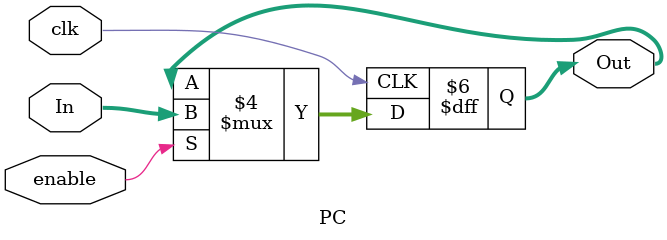
<source format=v>
`timescale 1ns / 1ps


module PC#(
    parameter len = 16
    ) (
    input [len-1:0] In,
    input enable,
    input clk,

    output reg [len-1:0] Out = 0
    );

    always @(negedge clk) begin
		if (enable) begin
			Out = In;
		end
	end

endmodule

</source>
